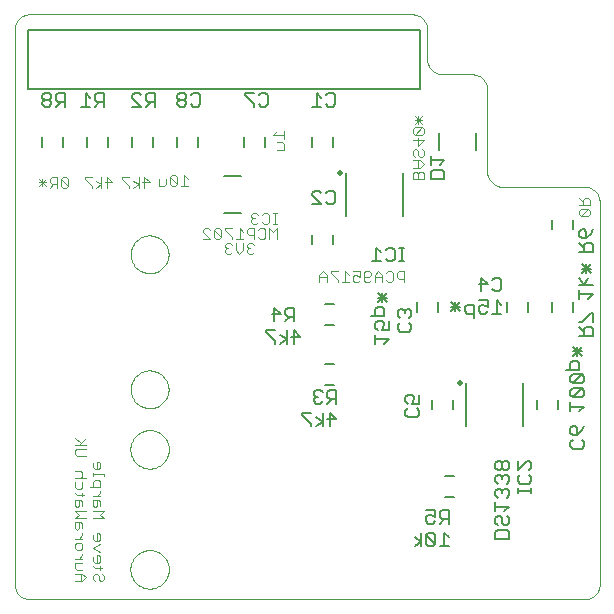
<source format=gbo>
G75*
G70*
%OFA0B0*%
%FSLAX24Y24*%
%IPPOS*%
%LPD*%
%AMOC8*
5,1,8,0,0,1.08239X$1,22.5*
%
%ADD10C,0.0000*%
%ADD11C,0.0040*%
%ADD12C,0.0050*%
%ADD13C,0.0060*%
%ADD14C,0.0200*%
D10*
X002680Y002680D02*
X021180Y002680D01*
X021224Y002682D01*
X021267Y002688D01*
X021309Y002697D01*
X021351Y002710D01*
X021391Y002727D01*
X021430Y002747D01*
X021467Y002770D01*
X021501Y002797D01*
X021534Y002826D01*
X021563Y002859D01*
X021590Y002893D01*
X021613Y002930D01*
X021633Y002969D01*
X021650Y003009D01*
X021663Y003051D01*
X021672Y003093D01*
X021678Y003136D01*
X021680Y003180D01*
X021680Y015930D01*
X021678Y015974D01*
X021672Y016017D01*
X021663Y016059D01*
X021650Y016101D01*
X021633Y016141D01*
X021613Y016180D01*
X021590Y016217D01*
X021563Y016251D01*
X021534Y016284D01*
X021501Y016313D01*
X021467Y016340D01*
X021430Y016363D01*
X021391Y016383D01*
X021351Y016400D01*
X021309Y016413D01*
X021267Y016422D01*
X021224Y016428D01*
X021180Y016430D01*
X018430Y016430D01*
X018386Y016432D01*
X018343Y016438D01*
X018301Y016447D01*
X018259Y016460D01*
X018219Y016477D01*
X018180Y016497D01*
X018143Y016520D01*
X018109Y016547D01*
X018076Y016576D01*
X018047Y016609D01*
X018020Y016643D01*
X017997Y016680D01*
X017977Y016719D01*
X017960Y016759D01*
X017947Y016801D01*
X017938Y016843D01*
X017932Y016886D01*
X017930Y016930D01*
X017930Y019680D01*
X017928Y019724D01*
X017922Y019767D01*
X017913Y019809D01*
X017900Y019851D01*
X017883Y019891D01*
X017863Y019930D01*
X017840Y019967D01*
X017813Y020001D01*
X017784Y020034D01*
X017751Y020063D01*
X017717Y020090D01*
X017680Y020113D01*
X017641Y020133D01*
X017601Y020150D01*
X017559Y020163D01*
X017517Y020172D01*
X017474Y020178D01*
X017430Y020180D01*
X016430Y020180D01*
X016386Y020182D01*
X016343Y020188D01*
X016301Y020197D01*
X016259Y020210D01*
X016219Y020227D01*
X016180Y020247D01*
X016143Y020270D01*
X016109Y020297D01*
X016076Y020326D01*
X016047Y020359D01*
X016020Y020393D01*
X015997Y020430D01*
X015977Y020469D01*
X015960Y020509D01*
X015947Y020551D01*
X015938Y020593D01*
X015932Y020636D01*
X015930Y020680D01*
X015930Y021680D01*
X015928Y021724D01*
X015922Y021767D01*
X015913Y021809D01*
X015900Y021851D01*
X015883Y021891D01*
X015863Y021930D01*
X015840Y021967D01*
X015813Y022001D01*
X015784Y022034D01*
X015751Y022063D01*
X015717Y022090D01*
X015680Y022113D01*
X015641Y022133D01*
X015601Y022150D01*
X015559Y022163D01*
X015517Y022172D01*
X015474Y022178D01*
X015430Y022180D01*
X002680Y022180D01*
X002636Y022178D01*
X002593Y022172D01*
X002551Y022163D01*
X002509Y022150D01*
X002469Y022133D01*
X002430Y022113D01*
X002393Y022090D01*
X002359Y022063D01*
X002326Y022034D01*
X002297Y022001D01*
X002270Y021967D01*
X002247Y021930D01*
X002227Y021891D01*
X002210Y021851D01*
X002197Y021809D01*
X002188Y021767D01*
X002182Y021724D01*
X002180Y021680D01*
X002180Y003180D01*
X002182Y003136D01*
X002188Y003093D01*
X002197Y003051D01*
X002210Y003009D01*
X002227Y002969D01*
X002247Y002930D01*
X002270Y002893D01*
X002297Y002859D01*
X002326Y002826D01*
X002359Y002797D01*
X002393Y002770D01*
X002430Y002747D01*
X002469Y002727D01*
X002509Y002710D01*
X002551Y002697D01*
X002593Y002688D01*
X002636Y002682D01*
X002680Y002680D01*
X006040Y003680D02*
X006042Y003730D01*
X006048Y003780D01*
X006058Y003829D01*
X006071Y003878D01*
X006089Y003925D01*
X006110Y003971D01*
X006134Y004014D01*
X006162Y004056D01*
X006193Y004096D01*
X006227Y004133D01*
X006264Y004167D01*
X006304Y004198D01*
X006346Y004226D01*
X006389Y004250D01*
X006435Y004271D01*
X006482Y004289D01*
X006531Y004302D01*
X006580Y004312D01*
X006630Y004318D01*
X006680Y004320D01*
X006730Y004318D01*
X006780Y004312D01*
X006829Y004302D01*
X006878Y004289D01*
X006925Y004271D01*
X006971Y004250D01*
X007014Y004226D01*
X007056Y004198D01*
X007096Y004167D01*
X007133Y004133D01*
X007167Y004096D01*
X007198Y004056D01*
X007226Y004014D01*
X007250Y003971D01*
X007271Y003925D01*
X007289Y003878D01*
X007302Y003829D01*
X007312Y003780D01*
X007318Y003730D01*
X007320Y003680D01*
X007318Y003630D01*
X007312Y003580D01*
X007302Y003531D01*
X007289Y003482D01*
X007271Y003435D01*
X007250Y003389D01*
X007226Y003346D01*
X007198Y003304D01*
X007167Y003264D01*
X007133Y003227D01*
X007096Y003193D01*
X007056Y003162D01*
X007014Y003134D01*
X006971Y003110D01*
X006925Y003089D01*
X006878Y003071D01*
X006829Y003058D01*
X006780Y003048D01*
X006730Y003042D01*
X006680Y003040D01*
X006630Y003042D01*
X006580Y003048D01*
X006531Y003058D01*
X006482Y003071D01*
X006435Y003089D01*
X006389Y003110D01*
X006346Y003134D01*
X006304Y003162D01*
X006264Y003193D01*
X006227Y003227D01*
X006193Y003264D01*
X006162Y003304D01*
X006134Y003346D01*
X006110Y003389D01*
X006089Y003435D01*
X006071Y003482D01*
X006058Y003531D01*
X006048Y003580D01*
X006042Y003630D01*
X006040Y003680D01*
X006040Y007680D02*
X006042Y007730D01*
X006048Y007780D01*
X006058Y007829D01*
X006071Y007878D01*
X006089Y007925D01*
X006110Y007971D01*
X006134Y008014D01*
X006162Y008056D01*
X006193Y008096D01*
X006227Y008133D01*
X006264Y008167D01*
X006304Y008198D01*
X006346Y008226D01*
X006389Y008250D01*
X006435Y008271D01*
X006482Y008289D01*
X006531Y008302D01*
X006580Y008312D01*
X006630Y008318D01*
X006680Y008320D01*
X006730Y008318D01*
X006780Y008312D01*
X006829Y008302D01*
X006878Y008289D01*
X006925Y008271D01*
X006971Y008250D01*
X007014Y008226D01*
X007056Y008198D01*
X007096Y008167D01*
X007133Y008133D01*
X007167Y008096D01*
X007198Y008056D01*
X007226Y008014D01*
X007250Y007971D01*
X007271Y007925D01*
X007289Y007878D01*
X007302Y007829D01*
X007312Y007780D01*
X007318Y007730D01*
X007320Y007680D01*
X007318Y007630D01*
X007312Y007580D01*
X007302Y007531D01*
X007289Y007482D01*
X007271Y007435D01*
X007250Y007389D01*
X007226Y007346D01*
X007198Y007304D01*
X007167Y007264D01*
X007133Y007227D01*
X007096Y007193D01*
X007056Y007162D01*
X007014Y007134D01*
X006971Y007110D01*
X006925Y007089D01*
X006878Y007071D01*
X006829Y007058D01*
X006780Y007048D01*
X006730Y007042D01*
X006680Y007040D01*
X006630Y007042D01*
X006580Y007048D01*
X006531Y007058D01*
X006482Y007071D01*
X006435Y007089D01*
X006389Y007110D01*
X006346Y007134D01*
X006304Y007162D01*
X006264Y007193D01*
X006227Y007227D01*
X006193Y007264D01*
X006162Y007304D01*
X006134Y007346D01*
X006110Y007389D01*
X006089Y007435D01*
X006071Y007482D01*
X006058Y007531D01*
X006048Y007580D01*
X006042Y007630D01*
X006040Y007680D01*
X006050Y009680D02*
X006052Y009730D01*
X006058Y009780D01*
X006068Y009829D01*
X006082Y009877D01*
X006099Y009924D01*
X006120Y009969D01*
X006145Y010013D01*
X006173Y010054D01*
X006205Y010093D01*
X006239Y010130D01*
X006276Y010164D01*
X006316Y010194D01*
X006358Y010221D01*
X006402Y010245D01*
X006448Y010266D01*
X006495Y010282D01*
X006543Y010295D01*
X006593Y010304D01*
X006642Y010309D01*
X006693Y010310D01*
X006743Y010307D01*
X006792Y010300D01*
X006841Y010289D01*
X006889Y010274D01*
X006935Y010256D01*
X006980Y010234D01*
X007023Y010208D01*
X007064Y010179D01*
X007103Y010147D01*
X007139Y010112D01*
X007171Y010074D01*
X007201Y010034D01*
X007228Y009991D01*
X007251Y009947D01*
X007270Y009901D01*
X007286Y009853D01*
X007298Y009804D01*
X007306Y009755D01*
X007310Y009705D01*
X007310Y009655D01*
X007306Y009605D01*
X007298Y009556D01*
X007286Y009507D01*
X007270Y009459D01*
X007251Y009413D01*
X007228Y009369D01*
X007201Y009326D01*
X007171Y009286D01*
X007139Y009248D01*
X007103Y009213D01*
X007064Y009181D01*
X007023Y009152D01*
X006980Y009126D01*
X006935Y009104D01*
X006889Y009086D01*
X006841Y009071D01*
X006792Y009060D01*
X006743Y009053D01*
X006693Y009050D01*
X006642Y009051D01*
X006593Y009056D01*
X006543Y009065D01*
X006495Y009078D01*
X006448Y009094D01*
X006402Y009115D01*
X006358Y009139D01*
X006316Y009166D01*
X006276Y009196D01*
X006239Y009230D01*
X006205Y009267D01*
X006173Y009306D01*
X006145Y009347D01*
X006120Y009391D01*
X006099Y009436D01*
X006082Y009483D01*
X006068Y009531D01*
X006058Y009580D01*
X006052Y009630D01*
X006050Y009680D01*
X006050Y014180D02*
X006052Y014230D01*
X006058Y014280D01*
X006068Y014329D01*
X006082Y014377D01*
X006099Y014424D01*
X006120Y014469D01*
X006145Y014513D01*
X006173Y014554D01*
X006205Y014593D01*
X006239Y014630D01*
X006276Y014664D01*
X006316Y014694D01*
X006358Y014721D01*
X006402Y014745D01*
X006448Y014766D01*
X006495Y014782D01*
X006543Y014795D01*
X006593Y014804D01*
X006642Y014809D01*
X006693Y014810D01*
X006743Y014807D01*
X006792Y014800D01*
X006841Y014789D01*
X006889Y014774D01*
X006935Y014756D01*
X006980Y014734D01*
X007023Y014708D01*
X007064Y014679D01*
X007103Y014647D01*
X007139Y014612D01*
X007171Y014574D01*
X007201Y014534D01*
X007228Y014491D01*
X007251Y014447D01*
X007270Y014401D01*
X007286Y014353D01*
X007298Y014304D01*
X007306Y014255D01*
X007310Y014205D01*
X007310Y014155D01*
X007306Y014105D01*
X007298Y014056D01*
X007286Y014007D01*
X007270Y013959D01*
X007251Y013913D01*
X007228Y013869D01*
X007201Y013826D01*
X007171Y013786D01*
X007139Y013748D01*
X007103Y013713D01*
X007064Y013681D01*
X007023Y013652D01*
X006980Y013626D01*
X006935Y013604D01*
X006889Y013586D01*
X006841Y013571D01*
X006792Y013560D01*
X006743Y013553D01*
X006693Y013550D01*
X006642Y013551D01*
X006593Y013556D01*
X006543Y013565D01*
X006495Y013578D01*
X006448Y013594D01*
X006402Y013615D01*
X006358Y013639D01*
X006316Y013666D01*
X006276Y013696D01*
X006239Y013730D01*
X006205Y013767D01*
X006173Y013806D01*
X006145Y013847D01*
X006120Y013891D01*
X006099Y013936D01*
X006082Y013983D01*
X006068Y014031D01*
X006058Y014080D01*
X006052Y014130D01*
X006050Y014180D01*
D11*
X006007Y016400D02*
X006007Y016460D01*
X005766Y016700D01*
X005766Y016760D01*
X006007Y016760D01*
X006133Y016640D02*
X006313Y016520D01*
X006133Y016400D01*
X006313Y016400D02*
X006313Y016760D01*
X006502Y016760D02*
X006502Y016400D01*
X006442Y016580D02*
X006682Y016580D01*
X006502Y016760D01*
X006986Y016690D02*
X006986Y016450D01*
X007166Y016450D01*
X007226Y016510D01*
X007226Y016690D01*
X007354Y016750D02*
X007354Y016510D01*
X007414Y016450D01*
X007534Y016450D01*
X007594Y016510D01*
X007354Y016750D01*
X007414Y016810D01*
X007534Y016810D01*
X007594Y016750D01*
X007594Y016510D01*
X007722Y016450D02*
X007962Y016450D01*
X007842Y016450D02*
X007842Y016810D01*
X007962Y016690D01*
X008520Y015060D02*
X008640Y015060D01*
X008700Y015000D01*
X008828Y015000D02*
X008828Y014760D01*
X008888Y014700D01*
X009008Y014700D01*
X009068Y014760D01*
X008828Y015000D01*
X008888Y015060D01*
X009008Y015060D01*
X009068Y015000D01*
X009068Y014760D01*
X009243Y014560D02*
X009183Y014500D01*
X009183Y014440D01*
X009243Y014380D01*
X009183Y014320D01*
X009183Y014260D01*
X009243Y014200D01*
X009363Y014200D01*
X009423Y014260D01*
X009551Y014320D02*
X009551Y014560D01*
X009565Y014700D02*
X009805Y014700D01*
X009685Y014700D02*
X009685Y015060D01*
X009805Y014940D01*
X009933Y014880D02*
X009993Y014820D01*
X010173Y014820D01*
X010173Y014700D02*
X010173Y015060D01*
X009993Y015060D01*
X009933Y015000D01*
X009933Y014880D01*
X010116Y015200D02*
X010236Y015200D01*
X010296Y015260D01*
X010424Y015260D02*
X010484Y015200D01*
X010604Y015200D01*
X010664Y015260D01*
X010664Y015500D01*
X010604Y015560D01*
X010484Y015560D01*
X010424Y015500D01*
X010296Y015500D02*
X010236Y015560D01*
X010116Y015560D01*
X010056Y015500D01*
X010056Y015440D01*
X010116Y015380D01*
X010056Y015320D01*
X010056Y015260D01*
X010116Y015200D01*
X010116Y015380D02*
X010176Y015380D01*
X010362Y015060D02*
X010482Y015060D01*
X010542Y015000D01*
X010542Y014760D01*
X010482Y014700D01*
X010362Y014700D01*
X010301Y014760D01*
X010301Y015000D02*
X010362Y015060D01*
X010670Y015060D02*
X010670Y014700D01*
X010910Y014700D02*
X010910Y015060D01*
X010790Y014940D01*
X010670Y015060D01*
X010790Y015200D02*
X010910Y015200D01*
X010850Y015200D02*
X010850Y015560D01*
X010910Y015560D02*
X010790Y015560D01*
X010100Y014560D02*
X009980Y014560D01*
X009920Y014500D01*
X009920Y014440D01*
X009980Y014380D01*
X009920Y014320D01*
X009920Y014260D01*
X009980Y014200D01*
X010100Y014200D01*
X010160Y014260D01*
X010040Y014380D02*
X009980Y014380D01*
X009792Y014320D02*
X009792Y014560D01*
X009792Y014320D02*
X009672Y014200D01*
X009551Y014320D01*
X009423Y014500D02*
X009363Y014560D01*
X009243Y014560D01*
X009243Y014380D02*
X009303Y014380D01*
X009437Y014700D02*
X009437Y014760D01*
X009197Y015000D01*
X009197Y015060D01*
X009437Y015060D01*
X008700Y014700D02*
X008460Y014940D01*
X008460Y015000D01*
X008520Y015060D01*
X008460Y014700D02*
X008700Y014700D01*
X010100Y014560D02*
X010160Y014500D01*
X012342Y013490D02*
X012342Y013250D01*
X012342Y013430D02*
X012582Y013430D01*
X012582Y013490D02*
X012462Y013610D01*
X012342Y013490D01*
X012582Y013490D02*
X012582Y013250D01*
X012710Y013550D02*
X012950Y013310D01*
X012950Y013250D01*
X013078Y013250D02*
X013318Y013250D01*
X013198Y013250D02*
X013198Y013610D01*
X013318Y013490D01*
X013447Y013430D02*
X013447Y013310D01*
X013507Y013250D01*
X013627Y013250D01*
X013687Y013310D01*
X013687Y013430D02*
X013567Y013490D01*
X013507Y013490D01*
X013447Y013430D01*
X013447Y013610D02*
X013687Y013610D01*
X013687Y013430D01*
X013815Y013430D02*
X013995Y013430D01*
X014055Y013490D01*
X014055Y013550D01*
X013995Y013610D01*
X013875Y013610D01*
X013815Y013550D01*
X013815Y013310D01*
X013875Y013250D01*
X013995Y013250D01*
X014055Y013310D01*
X014183Y013250D02*
X014183Y013490D01*
X014303Y013610D01*
X014423Y013490D01*
X014423Y013250D01*
X014551Y013310D02*
X014612Y013250D01*
X014732Y013250D01*
X014792Y013310D01*
X014792Y013550D01*
X014732Y013610D01*
X014612Y013610D01*
X014551Y013550D01*
X014423Y013430D02*
X014183Y013430D01*
X014920Y013430D02*
X014980Y013370D01*
X015160Y013370D01*
X015160Y013250D02*
X015160Y013610D01*
X014980Y013610D01*
X014920Y013550D01*
X014920Y013430D01*
X012950Y013610D02*
X012710Y013610D01*
X012710Y013550D01*
X015450Y016700D02*
X015450Y016880D01*
X015510Y016940D01*
X015570Y016940D01*
X015630Y016880D01*
X015630Y016700D01*
X015450Y016700D02*
X015810Y016700D01*
X015810Y016880D01*
X015750Y016940D01*
X015690Y016940D01*
X015630Y016880D01*
X015630Y017068D02*
X015630Y017309D01*
X015690Y017309D02*
X015450Y017309D01*
X015510Y017437D02*
X015450Y017497D01*
X015450Y017617D01*
X015510Y017677D01*
X015570Y017677D01*
X015630Y017617D01*
X015630Y017497D01*
X015690Y017437D01*
X015750Y017437D01*
X015810Y017497D01*
X015810Y017617D01*
X015750Y017677D01*
X015630Y017805D02*
X015630Y018045D01*
X015510Y018173D02*
X015750Y018173D01*
X015810Y018233D01*
X015810Y018353D01*
X015750Y018413D01*
X015510Y018173D01*
X015450Y018233D01*
X015450Y018353D01*
X015510Y018413D01*
X015750Y018413D01*
X015750Y018542D02*
X015510Y018782D01*
X015630Y018782D02*
X015630Y018542D01*
X015510Y018542D02*
X015750Y018782D01*
X015750Y018662D02*
X015510Y018662D01*
X015450Y017985D02*
X015810Y017985D01*
X015630Y017805D01*
X015690Y017309D02*
X015810Y017188D01*
X015690Y017068D01*
X015450Y017068D01*
X011160Y017670D02*
X010920Y017670D01*
X010920Y017910D02*
X011100Y017910D01*
X011160Y017850D01*
X011160Y017670D01*
X011160Y018038D02*
X011160Y018278D01*
X011160Y018158D02*
X010800Y018158D01*
X010920Y018278D01*
X005432Y016580D02*
X005192Y016580D01*
X005063Y016520D02*
X004883Y016640D01*
X004757Y016760D02*
X004516Y016760D01*
X004516Y016700D01*
X004757Y016460D01*
X004757Y016400D01*
X004883Y016400D02*
X005063Y016520D01*
X005063Y016400D02*
X005063Y016760D01*
X005252Y016760D02*
X005252Y016400D01*
X005432Y016580D02*
X005252Y016760D01*
X003962Y016700D02*
X003962Y016460D01*
X003722Y016700D01*
X003722Y016460D01*
X003782Y016400D01*
X003902Y016400D01*
X003962Y016460D01*
X003962Y016700D02*
X003902Y016760D01*
X003782Y016760D01*
X003722Y016700D01*
X003594Y016760D02*
X003594Y016400D01*
X003594Y016520D02*
X003414Y016520D01*
X003354Y016580D01*
X003354Y016700D01*
X003414Y016760D01*
X003594Y016760D01*
X003474Y016520D02*
X003354Y016400D01*
X003226Y016460D02*
X002986Y016700D01*
X003106Y016700D02*
X003106Y016460D01*
X002986Y016460D02*
X003226Y016700D01*
X003226Y016580D02*
X002986Y016580D01*
X004200Y008072D02*
X004380Y007892D01*
X004320Y007832D02*
X004560Y008072D01*
X004560Y007832D02*
X004200Y007832D01*
X004260Y007704D02*
X004560Y007704D01*
X004560Y007463D02*
X004260Y007463D01*
X004200Y007523D01*
X004200Y007644D01*
X004260Y007704D01*
X004800Y007214D02*
X004800Y007094D01*
X004860Y007034D01*
X004980Y007034D01*
X005040Y007094D01*
X005040Y007214D01*
X004980Y007274D01*
X004920Y007274D01*
X004920Y007034D01*
X004800Y006908D02*
X004800Y006788D01*
X004800Y006848D02*
X005160Y006848D01*
X005160Y006788D01*
X004980Y006660D02*
X004860Y006660D01*
X004800Y006600D01*
X004800Y006420D01*
X004680Y006420D02*
X005040Y006420D01*
X005040Y006600D01*
X004980Y006660D01*
X005040Y006293D02*
X005040Y006233D01*
X004920Y006113D01*
X004800Y006113D02*
X005040Y006113D01*
X004980Y005985D02*
X004800Y005985D01*
X004800Y005805D01*
X004860Y005745D01*
X004920Y005805D01*
X004920Y005985D01*
X004980Y005985D02*
X005040Y005925D01*
X005040Y005805D01*
X005160Y005616D02*
X005040Y005496D01*
X005160Y005376D01*
X004800Y005376D01*
X004560Y005376D02*
X004200Y005376D01*
X004320Y005496D01*
X004200Y005616D01*
X004560Y005616D01*
X004440Y005805D02*
X004440Y005925D01*
X004380Y005985D01*
X004200Y005985D01*
X004200Y005805D01*
X004260Y005745D01*
X004320Y005805D01*
X004320Y005985D01*
X004440Y006113D02*
X004440Y006233D01*
X004500Y006173D02*
X004260Y006173D01*
X004200Y006233D01*
X004260Y006358D02*
X004200Y006418D01*
X004200Y006599D01*
X004200Y006727D02*
X004560Y006727D01*
X004440Y006787D02*
X004440Y006907D01*
X004380Y006967D01*
X004200Y006967D01*
X004380Y006727D02*
X004440Y006787D01*
X004440Y006599D02*
X004440Y006418D01*
X004380Y006358D01*
X004260Y006358D01*
X004800Y005616D02*
X005160Y005616D01*
X004980Y004880D02*
X004920Y004880D01*
X004920Y004640D01*
X004860Y004640D02*
X004980Y004640D01*
X005040Y004700D01*
X005040Y004820D01*
X004980Y004880D01*
X004800Y004820D02*
X004800Y004700D01*
X004860Y004640D01*
X005040Y004512D02*
X004800Y004391D01*
X005040Y004271D01*
X004980Y004143D02*
X004920Y004143D01*
X004920Y003903D01*
X004860Y003903D02*
X004980Y003903D01*
X005040Y003963D01*
X005040Y004083D01*
X004980Y004143D01*
X004800Y004083D02*
X004800Y003963D01*
X004860Y003903D01*
X004800Y003778D02*
X004860Y003718D01*
X005100Y003718D01*
X005040Y003778D02*
X005040Y003657D01*
X005100Y003529D02*
X005160Y003469D01*
X005160Y003349D01*
X005100Y003289D01*
X005040Y003289D01*
X004980Y003349D01*
X004980Y003469D01*
X004920Y003529D01*
X004860Y003529D01*
X004800Y003469D01*
X004800Y003349D01*
X004860Y003289D01*
X004560Y003409D02*
X004440Y003529D01*
X004200Y003529D01*
X004260Y003657D02*
X004200Y003718D01*
X004200Y003898D01*
X004440Y003898D01*
X004440Y004026D02*
X004200Y004026D01*
X004320Y004026D02*
X004440Y004146D01*
X004440Y004206D01*
X004380Y004333D02*
X004440Y004393D01*
X004440Y004513D01*
X004380Y004573D01*
X004260Y004573D01*
X004200Y004513D01*
X004200Y004393D01*
X004260Y004333D01*
X004380Y004333D01*
X004320Y004701D02*
X004440Y004821D01*
X004440Y004881D01*
X004440Y004701D02*
X004200Y004701D01*
X004260Y005008D02*
X004320Y005068D01*
X004320Y005248D01*
X004380Y005248D02*
X004200Y005248D01*
X004200Y005068D01*
X004260Y005008D01*
X004440Y005068D02*
X004440Y005188D01*
X004380Y005248D01*
X004440Y003657D02*
X004260Y003657D01*
X004380Y003529D02*
X004380Y003289D01*
X004440Y003289D02*
X004200Y003289D01*
X004440Y003289D02*
X004560Y003409D01*
X021000Y015510D02*
X021060Y015450D01*
X021300Y015690D01*
X021060Y015690D01*
X021000Y015630D01*
X021000Y015510D01*
X021060Y015450D02*
X021300Y015450D01*
X021360Y015510D01*
X021360Y015630D01*
X021300Y015690D01*
X021360Y015818D02*
X021360Y015998D01*
X021300Y016059D01*
X021180Y016059D01*
X021120Y015998D01*
X021120Y015818D01*
X021000Y015818D02*
X021360Y015818D01*
X021120Y015938D02*
X021000Y016059D01*
D12*
X021080Y015016D02*
X021155Y015016D01*
X021230Y014941D01*
X021230Y014715D01*
X021080Y014715D01*
X021005Y014790D01*
X021005Y014941D01*
X021080Y015016D01*
X021380Y014866D02*
X021230Y014715D01*
X021230Y014555D02*
X021155Y014480D01*
X021155Y014255D01*
X021005Y014255D02*
X021455Y014255D01*
X021455Y014480D01*
X021380Y014555D01*
X021230Y014555D01*
X021155Y014405D02*
X021005Y014555D01*
X021380Y014866D02*
X021455Y015016D01*
X021380Y013849D02*
X021080Y013549D01*
X021080Y013699D02*
X021380Y013699D01*
X021380Y013549D02*
X021080Y013849D01*
X021230Y013849D02*
X021230Y013549D01*
X021305Y013391D02*
X021155Y013165D01*
X021005Y013391D01*
X021005Y013165D02*
X021455Y013165D01*
X021455Y012855D02*
X021005Y012855D01*
X021005Y012705D02*
X021005Y013005D01*
X021305Y012705D02*
X021455Y012855D01*
X021455Y012216D02*
X021380Y012216D01*
X021080Y011915D01*
X021005Y011915D01*
X021005Y011755D02*
X021155Y011605D01*
X021155Y011680D02*
X021155Y011455D01*
X021005Y011455D02*
X021455Y011455D01*
X021455Y011680D01*
X021380Y011755D01*
X021230Y011755D01*
X021155Y011680D01*
X021455Y011915D02*
X021455Y012216D01*
X021080Y011097D02*
X020780Y010797D01*
X020780Y010947D02*
X021080Y010947D01*
X021080Y010797D02*
X020780Y011097D01*
X020930Y011097D02*
X020930Y010797D01*
X020930Y010636D02*
X020780Y010636D01*
X020705Y010561D01*
X020705Y010336D01*
X020555Y010336D02*
X021005Y010336D01*
X021005Y010561D01*
X020930Y010636D01*
X020780Y010176D02*
X020705Y010101D01*
X020705Y009951D01*
X020780Y009876D01*
X021080Y010176D01*
X020780Y010176D01*
X020780Y009876D02*
X021080Y009876D01*
X021155Y009951D01*
X021155Y010101D01*
X021080Y010176D01*
X021080Y009716D02*
X020780Y009716D01*
X020705Y009641D01*
X020705Y009490D01*
X020780Y009415D01*
X021080Y009716D01*
X021155Y009641D01*
X021155Y009490D01*
X021080Y009415D01*
X020780Y009415D01*
X020705Y009255D02*
X020705Y008955D01*
X020705Y009105D02*
X021155Y009105D01*
X021005Y008955D01*
X020855Y008466D02*
X020930Y008391D01*
X020930Y008165D01*
X020780Y008165D01*
X020705Y008240D01*
X020705Y008391D01*
X020780Y008466D01*
X020855Y008466D01*
X021080Y008316D02*
X020930Y008165D01*
X021080Y008316D02*
X021155Y008466D01*
X021080Y008005D02*
X021155Y007930D01*
X021155Y007780D01*
X021080Y007705D01*
X020780Y007705D01*
X020705Y007780D01*
X020705Y007930D01*
X020780Y008005D01*
X019405Y007220D02*
X019405Y007070D01*
X019330Y006995D01*
X019330Y006834D02*
X019405Y006759D01*
X019405Y006609D01*
X019330Y006534D01*
X019030Y006534D01*
X018955Y006609D01*
X018955Y006759D01*
X019030Y006834D01*
X018955Y006995D02*
X018955Y007295D01*
X018955Y006995D02*
X019255Y007295D01*
X019330Y007295D01*
X019405Y007220D01*
X018655Y007220D02*
X018580Y007295D01*
X018505Y007295D01*
X018430Y007220D01*
X018430Y007070D01*
X018505Y006995D01*
X018580Y006995D01*
X018655Y007070D01*
X018655Y007220D01*
X018430Y007220D02*
X018355Y007295D01*
X018280Y007295D01*
X018205Y007220D01*
X018205Y007070D01*
X018280Y006995D01*
X018355Y006995D01*
X018430Y007070D01*
X018355Y006834D02*
X018280Y006834D01*
X018205Y006759D01*
X018205Y006609D01*
X018280Y006534D01*
X018280Y006374D02*
X018205Y006299D01*
X018205Y006149D01*
X018280Y006074D01*
X018205Y005914D02*
X018205Y005613D01*
X018205Y005764D02*
X018655Y005764D01*
X018505Y005613D01*
X018580Y005453D02*
X018655Y005378D01*
X018655Y005228D01*
X018580Y005153D01*
X018505Y005153D01*
X018430Y005228D01*
X018430Y005378D01*
X018355Y005453D01*
X018280Y005453D01*
X018205Y005378D01*
X018205Y005228D01*
X018280Y005153D01*
X018280Y004993D02*
X018205Y004918D01*
X018205Y004693D01*
X018655Y004693D01*
X018655Y004918D01*
X018580Y004993D01*
X018280Y004993D01*
X018580Y006074D02*
X018655Y006149D01*
X018655Y006299D01*
X018580Y006374D01*
X018505Y006374D01*
X018430Y006299D01*
X018355Y006374D01*
X018280Y006374D01*
X018430Y006299D02*
X018430Y006224D01*
X018580Y006534D02*
X018655Y006609D01*
X018655Y006759D01*
X018580Y006834D01*
X018505Y006834D01*
X018430Y006759D01*
X018355Y006834D01*
X018430Y006759D02*
X018430Y006684D01*
X018955Y006377D02*
X018955Y006227D01*
X018955Y006302D02*
X019405Y006302D01*
X019405Y006227D02*
X019405Y006377D01*
X016655Y005655D02*
X016655Y005205D01*
X016655Y005355D02*
X016430Y005355D01*
X016355Y005430D01*
X016355Y005580D01*
X016430Y005655D01*
X016655Y005655D01*
X016505Y005355D02*
X016355Y005205D01*
X016195Y005280D02*
X016120Y005205D01*
X015969Y005205D01*
X015894Y005280D01*
X015894Y005430D01*
X015969Y005505D01*
X016044Y005505D01*
X016195Y005430D01*
X016195Y005655D01*
X015894Y005655D01*
X015969Y004905D02*
X015894Y004830D01*
X016195Y004530D01*
X016120Y004455D01*
X015969Y004455D01*
X015894Y004530D01*
X015894Y004830D01*
X015969Y004905D02*
X016120Y004905D01*
X016195Y004830D01*
X016195Y004530D01*
X016355Y004455D02*
X016655Y004455D01*
X016505Y004455D02*
X016505Y004905D01*
X016655Y004755D01*
X015734Y004605D02*
X015509Y004755D01*
X015734Y004605D02*
X015509Y004455D01*
X015734Y004455D02*
X015734Y004905D01*
X012680Y008455D02*
X012680Y008905D01*
X012905Y008680D01*
X012605Y008680D01*
X012445Y008605D02*
X012219Y008755D01*
X012061Y008905D02*
X011761Y008905D01*
X011761Y008830D01*
X012061Y008530D01*
X012061Y008455D01*
X012219Y008455D02*
X012445Y008605D01*
X012445Y008455D02*
X012445Y008905D01*
X012370Y009205D02*
X012445Y009280D01*
X012370Y009205D02*
X012219Y009205D01*
X012144Y009280D01*
X012144Y009355D01*
X012219Y009430D01*
X012294Y009430D01*
X012219Y009430D02*
X012144Y009505D01*
X012144Y009580D01*
X012219Y009655D01*
X012370Y009655D01*
X012445Y009580D01*
X012605Y009580D02*
X012605Y009430D01*
X012680Y009355D01*
X012905Y009355D01*
X012905Y009205D02*
X012905Y009655D01*
X012680Y009655D01*
X012605Y009580D01*
X012755Y009355D02*
X012605Y009205D01*
X011480Y011205D02*
X011480Y011655D01*
X011705Y011430D01*
X011405Y011430D01*
X011245Y011355D02*
X011019Y011505D01*
X010861Y011655D02*
X010561Y011655D01*
X010561Y011580D01*
X010861Y011280D01*
X010861Y011205D01*
X011019Y011205D02*
X011245Y011355D01*
X011245Y011205D02*
X011245Y011655D01*
X011205Y011955D02*
X011355Y012105D01*
X011280Y012105D02*
X011505Y012105D01*
X011505Y011955D02*
X011505Y012405D01*
X011280Y012405D01*
X011205Y012330D01*
X011205Y012180D01*
X011280Y012105D01*
X011045Y012180D02*
X010744Y012180D01*
X010819Y011955D02*
X010819Y012405D01*
X011045Y012180D01*
X014055Y012126D02*
X014505Y012126D01*
X014505Y012351D01*
X014430Y012426D01*
X014280Y012426D01*
X014205Y012351D01*
X014205Y012126D01*
X014280Y011966D02*
X014205Y011891D01*
X014205Y011740D01*
X014280Y011665D01*
X014430Y011665D02*
X014505Y011816D01*
X014505Y011891D01*
X014430Y011966D01*
X014280Y011966D01*
X014430Y011665D02*
X014655Y011665D01*
X014655Y011966D01*
X014955Y011830D02*
X015030Y011905D01*
X014955Y011830D02*
X014955Y011680D01*
X015030Y011605D01*
X015330Y011605D01*
X015405Y011680D01*
X015405Y011830D01*
X015330Y011905D01*
X015330Y012065D02*
X015405Y012140D01*
X015405Y012291D01*
X015330Y012366D01*
X015255Y012366D01*
X015180Y012291D01*
X015105Y012366D01*
X015030Y012366D01*
X014955Y012291D01*
X014955Y012140D01*
X015030Y012065D01*
X015180Y012216D02*
X015180Y012291D01*
X014580Y012586D02*
X014280Y012886D01*
X014280Y012736D02*
X014580Y012736D01*
X014580Y012886D02*
X014280Y012586D01*
X014430Y012586D02*
X014430Y012886D01*
X014388Y013955D02*
X014087Y013955D01*
X014238Y013955D02*
X014238Y014405D01*
X014388Y014255D01*
X014548Y014330D02*
X014623Y014405D01*
X014773Y014405D01*
X014848Y014330D01*
X014848Y014030D01*
X014773Y013955D01*
X014623Y013955D01*
X014548Y014030D01*
X015005Y013955D02*
X015155Y013955D01*
X015080Y013955D02*
X015080Y014405D01*
X015155Y014405D02*
X015005Y014405D01*
X016724Y012580D02*
X017024Y012280D01*
X017024Y012430D02*
X016724Y012430D01*
X016724Y012280D02*
X017024Y012580D01*
X016874Y012580D02*
X016874Y012280D01*
X017184Y012280D02*
X017184Y012430D01*
X017259Y012505D01*
X017484Y012505D01*
X017484Y012055D01*
X017484Y012205D02*
X017259Y012205D01*
X017184Y012280D01*
X017644Y012280D02*
X017719Y012205D01*
X017870Y012205D01*
X017945Y012280D01*
X017945Y012430D02*
X017794Y012505D01*
X017719Y012505D01*
X017644Y012430D01*
X017644Y012280D01*
X017945Y012430D02*
X017945Y012655D01*
X017644Y012655D01*
X017719Y012955D02*
X017719Y013405D01*
X017945Y013180D01*
X017644Y013180D01*
X018105Y013030D02*
X018180Y012955D01*
X018330Y012955D01*
X018405Y013030D01*
X018405Y013330D01*
X018330Y013405D01*
X018180Y013405D01*
X018105Y013330D01*
X018255Y012655D02*
X018255Y012205D01*
X018405Y012205D02*
X018105Y012205D01*
X018405Y012505D02*
X018255Y012655D01*
X015655Y009505D02*
X015655Y009205D01*
X015430Y009205D01*
X015505Y009355D01*
X015505Y009430D01*
X015430Y009505D01*
X015280Y009505D01*
X015205Y009430D01*
X015205Y009280D01*
X015280Y009205D01*
X015280Y009045D02*
X015205Y008970D01*
X015205Y008820D01*
X015280Y008745D01*
X015580Y008745D01*
X015655Y008820D01*
X015655Y008970D01*
X015580Y009045D01*
X014505Y011205D02*
X014655Y011355D01*
X014205Y011355D01*
X014205Y011205D02*
X014205Y011505D01*
X012790Y015855D02*
X012640Y015855D01*
X012565Y015930D01*
X012405Y015855D02*
X012105Y016155D01*
X012105Y016230D01*
X012180Y016305D01*
X012330Y016305D01*
X012405Y016230D01*
X012565Y016230D02*
X012640Y016305D01*
X012790Y016305D01*
X012865Y016230D01*
X012865Y015930D01*
X012790Y015855D01*
X012405Y015855D02*
X012105Y015855D01*
X012105Y019105D02*
X012405Y019105D01*
X012255Y019105D02*
X012255Y019555D01*
X012405Y019405D01*
X012565Y019480D02*
X012640Y019555D01*
X012790Y019555D01*
X012865Y019480D01*
X012865Y019180D01*
X012790Y019105D01*
X012640Y019105D01*
X012565Y019180D01*
X010615Y019180D02*
X010540Y019105D01*
X010390Y019105D01*
X010315Y019180D01*
X010155Y019180D02*
X010155Y019105D01*
X010155Y019180D02*
X009855Y019480D01*
X009855Y019555D01*
X010155Y019555D01*
X010315Y019480D02*
X010390Y019555D01*
X010540Y019555D01*
X010615Y019480D01*
X010615Y019180D01*
X008365Y019180D02*
X008290Y019105D01*
X008140Y019105D01*
X008065Y019180D01*
X007905Y019180D02*
X007905Y019255D01*
X007830Y019330D01*
X007680Y019330D01*
X007605Y019255D01*
X007605Y019180D01*
X007680Y019105D01*
X007830Y019105D01*
X007905Y019180D01*
X007830Y019330D02*
X007905Y019405D01*
X007905Y019480D01*
X007830Y019555D01*
X007680Y019555D01*
X007605Y019480D01*
X007605Y019405D01*
X007680Y019330D01*
X008065Y019480D02*
X008140Y019555D01*
X008290Y019555D01*
X008365Y019480D01*
X008365Y019180D01*
X006865Y019105D02*
X006865Y019555D01*
X006640Y019555D01*
X006565Y019480D01*
X006565Y019330D01*
X006640Y019255D01*
X006865Y019255D01*
X006715Y019255D02*
X006565Y019105D01*
X006405Y019105D02*
X006105Y019405D01*
X006105Y019480D01*
X006180Y019555D01*
X006330Y019555D01*
X006405Y019480D01*
X006405Y019105D02*
X006105Y019105D01*
X005155Y019105D02*
X005155Y019555D01*
X004930Y019555D01*
X004855Y019480D01*
X004855Y019330D01*
X004930Y019255D01*
X005155Y019255D01*
X005005Y019255D02*
X004855Y019105D01*
X004695Y019105D02*
X004394Y019105D01*
X004544Y019105D02*
X004544Y019555D01*
X004695Y019405D01*
X003865Y019255D02*
X003640Y019255D01*
X003565Y019330D01*
X003565Y019480D01*
X003640Y019555D01*
X003865Y019555D01*
X003865Y019105D01*
X003715Y019255D02*
X003565Y019105D01*
X003405Y019180D02*
X003405Y019255D01*
X003330Y019330D01*
X003180Y019330D01*
X003105Y019255D01*
X003105Y019180D01*
X003180Y019105D01*
X003330Y019105D01*
X003405Y019180D01*
X003330Y019330D02*
X003405Y019405D01*
X003405Y019480D01*
X003330Y019555D01*
X003180Y019555D01*
X003105Y019480D01*
X003105Y019405D01*
X003180Y019330D01*
X002629Y019698D02*
X002629Y021666D01*
X015700Y021666D01*
X015700Y019698D01*
X002629Y019698D01*
X016055Y017466D02*
X016055Y017165D01*
X016055Y017316D02*
X016505Y017316D01*
X016355Y017165D01*
X016430Y017005D02*
X016130Y017005D01*
X016055Y016930D01*
X016055Y016705D01*
X016505Y016705D01*
X016505Y016930D01*
X016430Y017005D01*
D13*
X016310Y017650D02*
X016310Y018210D01*
X015130Y016890D02*
X015130Y015470D01*
X013230Y015470D02*
X013230Y016890D01*
X012780Y017770D02*
X012780Y018090D01*
X012080Y018090D02*
X012080Y017770D01*
X010530Y017770D02*
X010530Y018090D01*
X009830Y018090D02*
X009830Y017770D01*
X009710Y016800D02*
X009150Y016800D01*
X008280Y017770D02*
X008280Y018090D01*
X007580Y018090D02*
X007580Y017770D01*
X006780Y017770D02*
X006780Y018090D01*
X006080Y018090D02*
X006080Y017770D01*
X005280Y017770D02*
X005280Y018090D01*
X004580Y018090D02*
X004580Y017770D01*
X003780Y017770D02*
X003780Y018090D01*
X003080Y018090D02*
X003080Y017770D01*
X009150Y015560D02*
X009710Y015560D01*
X012080Y014840D02*
X012080Y014520D01*
X012780Y014520D02*
X012780Y014840D01*
X012840Y012530D02*
X012520Y012530D01*
X012520Y011830D02*
X012840Y011830D01*
X012840Y010530D02*
X012520Y010530D01*
X012520Y009830D02*
X012840Y009830D01*
X015580Y012270D02*
X015580Y012590D01*
X016280Y012590D02*
X016280Y012270D01*
X018580Y012270D02*
X018580Y012590D01*
X019280Y012590D02*
X019280Y012270D01*
X020080Y012270D02*
X020080Y012590D01*
X020780Y012590D02*
X020780Y012270D01*
X019130Y009890D02*
X019130Y008470D01*
X019580Y009020D02*
X019580Y009340D01*
X020280Y009340D02*
X020280Y009020D01*
X017230Y008470D02*
X017230Y009890D01*
X016780Y009340D02*
X016780Y009020D01*
X016080Y009020D02*
X016080Y009340D01*
X016520Y006780D02*
X016840Y006780D01*
X016840Y006080D02*
X016520Y006080D01*
X020080Y015020D02*
X020080Y015340D01*
X020780Y015340D02*
X020780Y015020D01*
X017550Y017650D02*
X017550Y018210D01*
D14*
X013030Y016880D03*
X017030Y009880D03*
M02*

</source>
